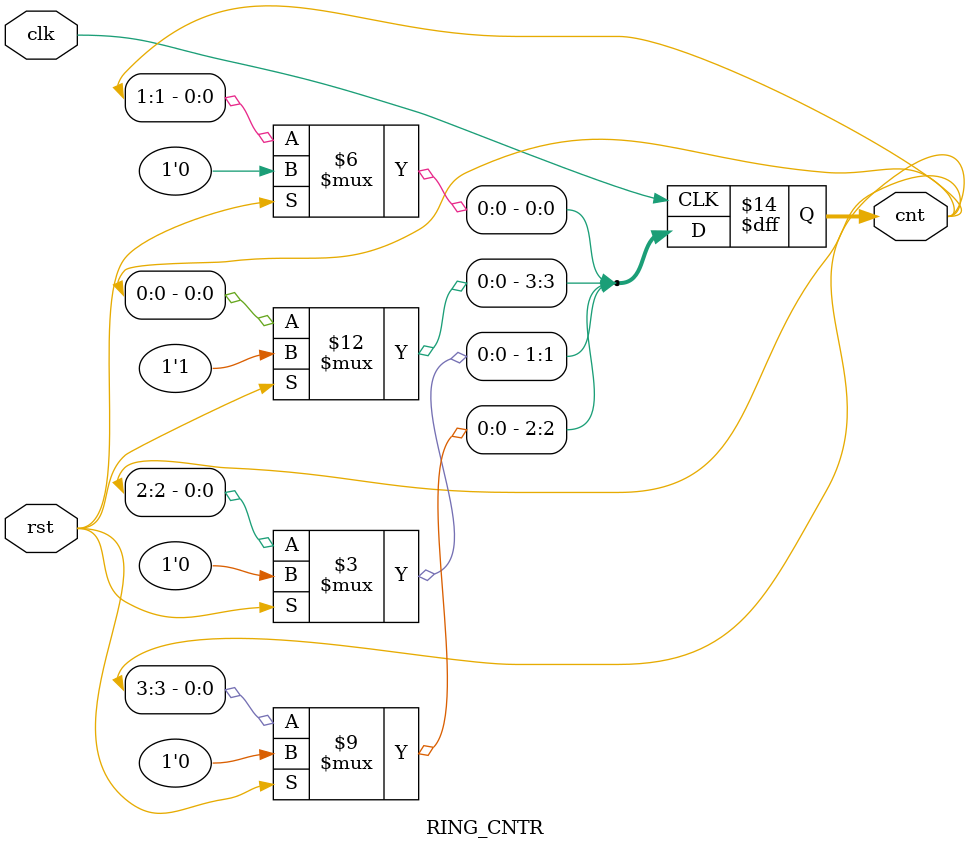
<source format=v>
`timescale 1ns / 1ps

module RING_CNTR(
input clk ,rst ,
output reg[3:0]cnt
    );
    wire D;
    always @(posedge clk)
       if(rst)
            cnt <= 4'b1000;
        else
            begin
                cnt[3]<=cnt[0];
                cnt[2]<=cnt[3];
                cnt[1]<=cnt[2];
                cnt[0]<=cnt[1];
            end
endmodule
</source>
